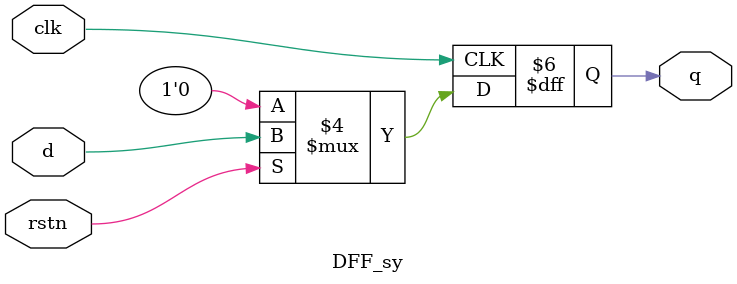
<source format=v>
`timescale 1ns / 1ps


module DFF_sy(input d, rstn, clk, output reg q);
    always @(posedge clk)
        if(!rstn)
            q <= 0;
        else
            q <= d;

endmodule

</source>
